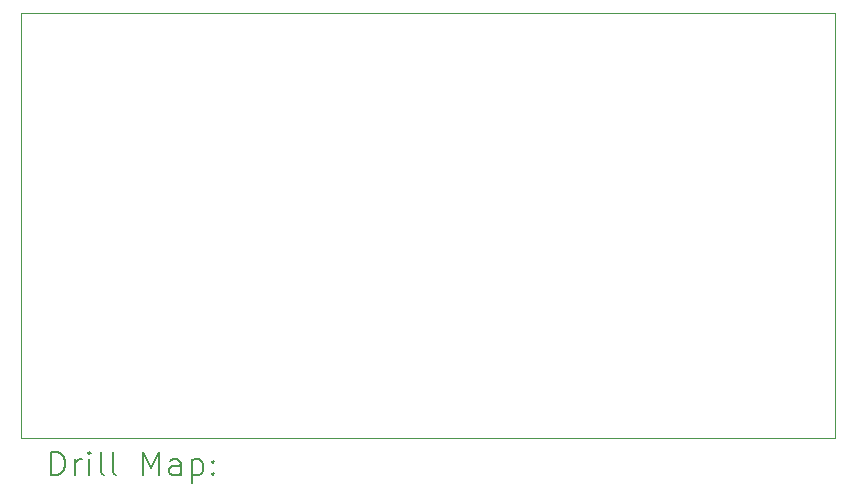
<source format=gbr>
%TF.GenerationSoftware,KiCad,Pcbnew,7.0.9*%
%TF.CreationDate,2024-03-19T10:53:32-03:00*%
%TF.ProjectId,CPU Stm32G431,43505520-5374-46d3-9332-473433312e6b,rev?*%
%TF.SameCoordinates,Original*%
%TF.FileFunction,Drillmap*%
%TF.FilePolarity,Positive*%
%FSLAX45Y45*%
G04 Gerber Fmt 4.5, Leading zero omitted, Abs format (unit mm)*
G04 Created by KiCad (PCBNEW 7.0.9) date 2024-03-19 10:53:32*
%MOMM*%
%LPD*%
G01*
G04 APERTURE LIST*
%ADD10C,0.100000*%
%ADD11C,0.200000*%
G04 APERTURE END LIST*
D10*
X18288000Y-8640000D02*
X18288000Y-12239000D01*
X11401000Y-8641000D02*
X18288000Y-8640000D01*
X18288000Y-12239000D02*
X11400000Y-12239000D01*
X11400000Y-12239000D02*
X11401000Y-8641000D01*
D11*
X11655777Y-12555484D02*
X11655777Y-12355484D01*
X11655777Y-12355484D02*
X11703396Y-12355484D01*
X11703396Y-12355484D02*
X11731967Y-12365008D01*
X11731967Y-12365008D02*
X11751015Y-12384055D01*
X11751015Y-12384055D02*
X11760539Y-12403103D01*
X11760539Y-12403103D02*
X11770062Y-12441198D01*
X11770062Y-12441198D02*
X11770062Y-12469769D01*
X11770062Y-12469769D02*
X11760539Y-12507865D01*
X11760539Y-12507865D02*
X11751015Y-12526912D01*
X11751015Y-12526912D02*
X11731967Y-12545960D01*
X11731967Y-12545960D02*
X11703396Y-12555484D01*
X11703396Y-12555484D02*
X11655777Y-12555484D01*
X11855777Y-12555484D02*
X11855777Y-12422150D01*
X11855777Y-12460246D02*
X11865301Y-12441198D01*
X11865301Y-12441198D02*
X11874824Y-12431674D01*
X11874824Y-12431674D02*
X11893872Y-12422150D01*
X11893872Y-12422150D02*
X11912920Y-12422150D01*
X11979586Y-12555484D02*
X11979586Y-12422150D01*
X11979586Y-12355484D02*
X11970062Y-12365008D01*
X11970062Y-12365008D02*
X11979586Y-12374531D01*
X11979586Y-12374531D02*
X11989110Y-12365008D01*
X11989110Y-12365008D02*
X11979586Y-12355484D01*
X11979586Y-12355484D02*
X11979586Y-12374531D01*
X12103396Y-12555484D02*
X12084348Y-12545960D01*
X12084348Y-12545960D02*
X12074824Y-12526912D01*
X12074824Y-12526912D02*
X12074824Y-12355484D01*
X12208158Y-12555484D02*
X12189110Y-12545960D01*
X12189110Y-12545960D02*
X12179586Y-12526912D01*
X12179586Y-12526912D02*
X12179586Y-12355484D01*
X12436729Y-12555484D02*
X12436729Y-12355484D01*
X12436729Y-12355484D02*
X12503396Y-12498341D01*
X12503396Y-12498341D02*
X12570062Y-12355484D01*
X12570062Y-12355484D02*
X12570062Y-12555484D01*
X12751015Y-12555484D02*
X12751015Y-12450722D01*
X12751015Y-12450722D02*
X12741491Y-12431674D01*
X12741491Y-12431674D02*
X12722443Y-12422150D01*
X12722443Y-12422150D02*
X12684348Y-12422150D01*
X12684348Y-12422150D02*
X12665301Y-12431674D01*
X12751015Y-12545960D02*
X12731967Y-12555484D01*
X12731967Y-12555484D02*
X12684348Y-12555484D01*
X12684348Y-12555484D02*
X12665301Y-12545960D01*
X12665301Y-12545960D02*
X12655777Y-12526912D01*
X12655777Y-12526912D02*
X12655777Y-12507865D01*
X12655777Y-12507865D02*
X12665301Y-12488817D01*
X12665301Y-12488817D02*
X12684348Y-12479293D01*
X12684348Y-12479293D02*
X12731967Y-12479293D01*
X12731967Y-12479293D02*
X12751015Y-12469769D01*
X12846253Y-12422150D02*
X12846253Y-12622150D01*
X12846253Y-12431674D02*
X12865301Y-12422150D01*
X12865301Y-12422150D02*
X12903396Y-12422150D01*
X12903396Y-12422150D02*
X12922443Y-12431674D01*
X12922443Y-12431674D02*
X12931967Y-12441198D01*
X12931967Y-12441198D02*
X12941491Y-12460246D01*
X12941491Y-12460246D02*
X12941491Y-12517388D01*
X12941491Y-12517388D02*
X12931967Y-12536436D01*
X12931967Y-12536436D02*
X12922443Y-12545960D01*
X12922443Y-12545960D02*
X12903396Y-12555484D01*
X12903396Y-12555484D02*
X12865301Y-12555484D01*
X12865301Y-12555484D02*
X12846253Y-12545960D01*
X13027205Y-12536436D02*
X13036729Y-12545960D01*
X13036729Y-12545960D02*
X13027205Y-12555484D01*
X13027205Y-12555484D02*
X13017682Y-12545960D01*
X13017682Y-12545960D02*
X13027205Y-12536436D01*
X13027205Y-12536436D02*
X13027205Y-12555484D01*
X13027205Y-12431674D02*
X13036729Y-12441198D01*
X13036729Y-12441198D02*
X13027205Y-12450722D01*
X13027205Y-12450722D02*
X13017682Y-12441198D01*
X13017682Y-12441198D02*
X13027205Y-12431674D01*
X13027205Y-12431674D02*
X13027205Y-12450722D01*
M02*

</source>
